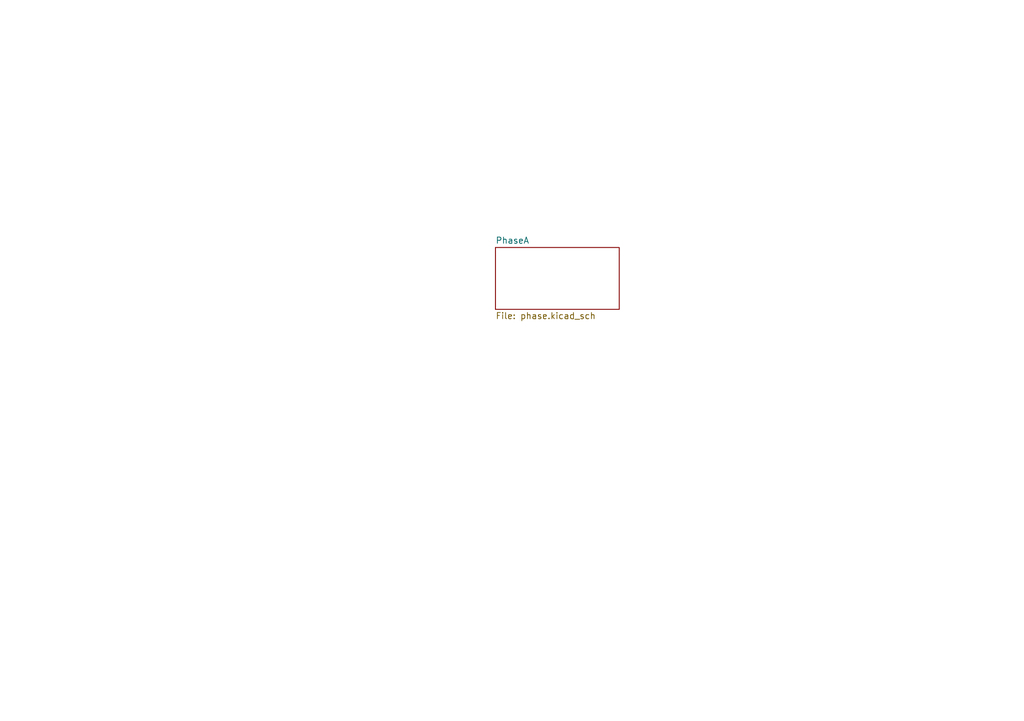
<source format=kicad_sch>
(kicad_sch
	(version 20231120)
	(generator "eeschema")
	(generator_version "8.0")
	(uuid "38b0a34b-2047-47f6-90d7-ccdf77e8e212")
	(paper "A5")
	(lib_symbols)
	(sheet
		(at 101.6 50.8)
		(size 25.4 12.7)
		(fields_autoplaced yes)
		(stroke
			(width 0.1524)
			(type solid)
		)
		(fill
			(color 0 0 0 0.0000)
		)
		(uuid "93976958-c01e-4ddd-b330-60a0b506dc60")
		(property "Sheetname" "PhaseA"
			(at 101.6 50.0884 0)
			(effects
				(font
					(size 1.27 1.27)
				)
				(justify left bottom)
			)
		)
		(property "Sheetfile" "phase.kicad_sch"
			(at 101.6 64.0846 0)
			(effects
				(font
					(size 1.27 1.27)
				)
				(justify left top)
			)
		)
		(instances
			(project "mini-foc"
				(path "/38b0a34b-2047-47f6-90d7-ccdf77e8e212"
					(page "2")
				)
			)
		)
	)
	(sheet_instances
		(path "/"
			(page "1")
		)
	)
)

</source>
